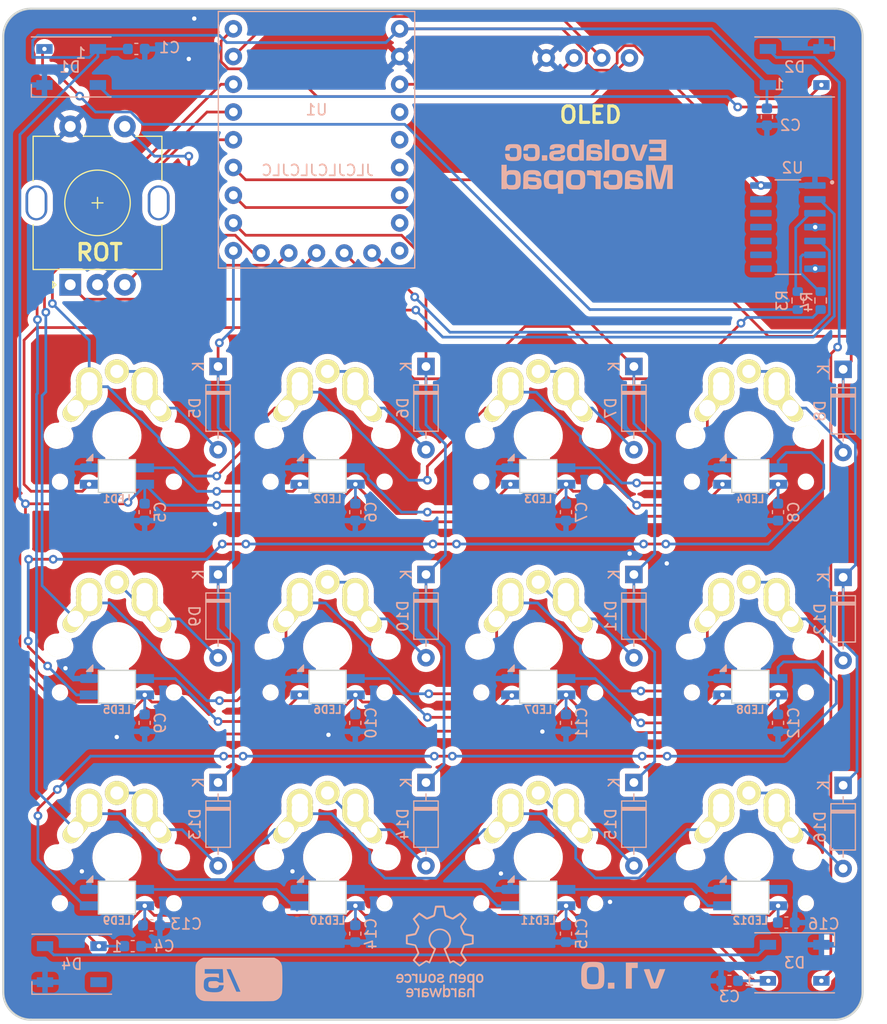
<source format=kicad_pcb>
(kicad_pcb (version 20221018) (generator pcbnew)
  (layers (0 "F.Cu" signal) (31 "B.Cu" signal) (34 "B.Paste" user) (35 "F.Paste" user) (36 "B.SilkS" user "B.Silkscreen") (37 "F.SilkS" user "F.Silkscreen") (38 "B.Mask" user) (39 "F.Mask" user) (44 "Edge.Cuts" user))
  (net 0 "")
  (net 1 "Net-(D1-DOUT)")
  (net 2 "COL0")
  (net 3 "COL1")
  (net 4 "COL2")
  (net 5 "COL3")
  (net 6 "ROW2")
  (net 7 "ROW1")
  (net 8 "ROW0")
  (net 9 "Net-(D1-DIN)")
  (net 10 "Net-(D2-DOUT)")
  (net 11 "Net-(D3-DOUT)")
  (net 13 "GND")
  (net 14 "Net-(D5-A)")
  (net 15 "Net-(D6-A)")
  (net 16 "Net-(D7-A)")
  (net 17 "Net-(D8-A)")
  (net 18 "Net-(D9-A)")
  (net 19 "Net-(D10-A)")
  (net 20 "Net-(D11-A)")
  (net 21 "/NP_D1")
  (net 22 "/NP_D2")
  (net 23 "Net-(D12-A)")
  (net 24 "Net-(D13-A)")
  (net 25 "Net-(D14-A)")
  (net 26 "Net-(D15-A)")
  (net 27 "Net-(D16-A)")
  (net 28 "Net-(LED1-DOUT)")
  (net 29 "Net-(LED1-DIN)")
  (net 30 "Net-(LED2-DOUT)")
  (net 31 "Net-(LED3-DOUT)")
  (net 32 "Net-(LED4-DOUT)")
  (net 33 "Net-(LED5-DOUT)")
  (net 34 "Net-(LED6-DOUT)")
  (net 35 "Net-(LED7-DOUT)")
  (net 36 "Net-(LED8-DOUT)")
  (net 37 "Net-(LED10-DIN)")
  (net 38 "/NP_D1_5V")
  (net 39 "/NP_D2_5V")
  (net 40 "+5V")
  (net 41 "+3V3")
  (net 42 "/RA_A")
  (net 43 "/RA_B")
  (net 44 "/RA_S")
  (net 45 "/OLED_SDA")
  (net 46 "/OLED_SCL")
  (net 47 "Net-(LED10-DOUT)")
  (net 48 "Net-(LED11-DOUT)")
  (footprint "kbd:MX_ALPS_PG1350_noLed" (layer "F.Cu") (at 150.622 103.124)
    (fp_text reference "SW11" hide)
    (fp_text value "MX_SW_solder" hide)
  )
  (footprint "kbd:MX_ALPS_PG1350_noLed" (layer "F.Cu") (at 169.926 64.516)
    (fp_text reference "SW4" hide)
    (fp_text value "MX_SW_solder" hide)
  )
  (footprint "kbd:MX_ALPS_PG1350_noLed" (layer "F.Cu") (at 112.014 83.82)
    (fp_text reference "SW5" hide)
    (fp_text value "MX_SW_solder" hide)
  )
  (footprint "Keebio-Parts:RotaryEncoder_EC11" (layer "F.Cu") (at 110.236 43.18 90)
    (fp_text reference "SW13")
    (fp_text value "RotaryEncoder_Switch")
  )
  (footprint "kbd:MX_ALPS_PG1350_noLed" (layer "F.Cu") (at 150.622 83.82)
    (fp_text reference "SW7" hide)
    (fp_text value "MX_SW_solder" hide)
  )
  (footprint "kbd:MX_ALPS_PG1350_noLed" (layer "F.Cu") (at 169.926 83.82)
    (fp_text reference "SW8" hide)
    (fp_text value "MX_SW_solder" hide)
  )
  (footprint "kbd:MX_ALPS_PG1350_noLed" (layer "F.Cu") (at 150.622 64.516)
    (fp_text reference "SW3" hide)
    (fp_text value "MX_SW_solder" hide)
  )
  (footprint "kbd:MX_ALPS_PG1350_noLed" (layer "F.Cu") (at 131.318 64.516)
    (fp_text reference "SW2" hide)
    (fp_text value "MX_SW_solder" hide)
  )
  (footprint "kbd:MX_ALPS_PG1350_noLed" (layer "F.Cu") (at 131.318 103.124)
    (fp_text reference "SW10" hide)
    (fp_text value "MX_SW_solder" hide)
  )
  (footprint "kbd:MX_ALPS_PG1350_noLed" (layer "F.Cu") (at 112.014 64.516)
    (fp_text reference "SW1" hide)
    (fp_text value "MX_SW_solder" hide)
  )
  (footprint "kbd:MX_ALPS_PG1350_noLed" (layer "F.Cu") (at 112.014 103.124)
    (fp_text reference "SW9" hide)
    (fp_text value "MX_SW_solder" hide)
  )
  (footprint "kbd:MX_ALPS_PG1350_noLed" (layer "F.Cu") (at 169.926 103.124)
    (fp_text reference "SW12" hide)
    (fp_text value "MX_SW_solder" hide)
  )
  (footprint "kbd:MX_ALPS_PG1350_noLed" (layer "F.Cu") (at 131.318 83.82)
    (fp_text reference "SW6" hide)
    (fp_text value "MX_SW_solder" hide)
  )
  (footprint "Keebio-Parts:SK6812-MINI-E" (layer "B.Cu") (at 150.622 106.807 180)
    (fp_text reference "LED11")
    (fp_text value "MX_SK6812MINI-E" hide)
    (fp_line (start -1.7 -1.5) (end -1.7 1.5) (stroke (width 0.12)) (layer "Edge.Cuts"))
    (fp_line (start -1.7 1.5) (end 1.7 1.5) (stroke (width 0.12)) (layer "Edge.Cuts"))
    (fp_line (start 1.7 -1.5) (end -1.7 -1.5) (stroke (width 0.12)) (layer "Edge.Cuts"))
    (fp_line (start 1.7 1.5) (end 1.7 -1.5) (stroke (width 0.12)) (layer "Edge.Cuts"))
  )
  (footprint "Diode_THT:D_DO-35_SOD27_P7.62mm_Horizontal" (layer "B.Cu") (at 140.335 96.266 -90)
    (fp_text reference "D14")
    (fp_text value "1N4148")
  )
  (footprint "Resistor_SMD:R_0603_1608Metric" (layer "B.Cu") (at 174.4 52.125 -90)
    (fp_text reference "R3")
    (fp_text value "470R")
  )
  (footprint "Capacitor_SMD:C_0603_1608Metric" (layer "B.Cu") (at 168.148 114.428)
    (fp_text reference "C3")
    (fp_text value "0.1 µF")
  )
  (footprint "Diode_THT:D_DO-35_SOD27_P7.62mm_Horizontal" (layer "B.Cu") (at 159.385 58.166 -90)
    (fp_text reference "D7")
    (fp_text value "1N4148")
  )
  (footprint "Keebio-Parts:SK6812-MINI-E" (layer "B.Cu") (at 112.014 68.199 180)
    (fp_text reference "LED1")
    (fp_text value "MX_SK6812MINI-E" hide)
    (fp_line (start -1.7 -1.5) (end -1.7 1.5) (stroke (width 0.12)) (layer "Edge.Cuts"))
    (fp_line (start -1.7 1.5) (end 1.7 1.5) (stroke (width 0.12)) (layer "Edge.Cuts"))
    (fp_line (start 1.7 -1.5) (end -1.7 -1.5) (stroke (width 0.12)) (layer "Edge.Cuts"))
    (fp_line (start 1.7 1.5) (end 1.7 -1.5) (stroke (width 0.12)) (layer "Edge.Cuts"))
  )
  (footprint "Capacitor_SMD:C_0603_1608Metric" (layer "B.Cu") (at 153.162 90.805 90)
    (fp_text reference "C11")
    (fp_text value "0.1 µF")
  )
  (footprint "Keebio-Parts:SK6812-MINI-E" (layer "B.Cu") (at 131.318 106.807 180)
    (fp_text reference "LED10")
    (fp_text value "MX_SK6812MINI-E" hide)
    (fp_line (start -1.7 -1.5) (end -1.7 1.5) (stroke (width 0.12)) (layer "Edge.Cuts"))
    (fp_line (start -1.7 1.5) (end 1.7 1.5) (stroke (width 0.12)) (layer "Edge.Cuts"))
    (fp_line (start 1.7 -1.5) (end -1.7 -1.5) (stroke (width 0.12)) (layer "Edge.Cuts"))
    (fp_line (start 1.7 1.5) (end 1.7 -1.5) (stroke (width 0.12)) (layer "Edge.Cuts"))
  )
  (footprint "Capacitor_SMD:C_0603_1608Metric" (layer "B.Cu") (at 173.355 109.093 180)
    (fp_text reference "C16")
    (fp_text value "0.1 µF")
  )
  (footprint "Capacitor_SMD:C_0603_1608Metric" (layer "B.Cu") (at 133.858 110.109 90)
    (fp_text reference "C14")
    (fp_text value "0.1 µF")
  )
  (footprint "Diode_THT:D_DO-35_SOD27_P7.62mm_Horizontal" (layer "B.Cu") (at 159.385 77.216 -90)
    (fp_text reference "D11")
    (fp_text value "1N4148")
  )
  (footprint "Capacitor_SMD:C_0603_1608Metric" (layer "B.Cu") (at 153.162 110.109 90)
    (fp_text reference "C15")
    (fp_text value "0.1 µF")
  )
  (footprint "RP2040-Zero:RP2040-Zero" (layer "B.Cu") (at 139.305 49.15 180)
    (fp_text reference "U1")
    (fp_text value "PicoW")
  )
  (footprint "Keebio-Parts:SK6812-MINI-E" (layer "B.Cu") (at 131.318 87.494 180)
    (fp_text reference "LED6")
    (fp_text value "MX_SK6812MINI-E" hide)
    (fp_line (start -1.7 -1.5) (end -1.7 1.5) (stroke (width 0.12)) (layer "Edge.Cuts"))
    (fp_line (start -1.7 1.5) (end 1.7 1.5) (stroke (width 0.12)) (layer "Edge.Cuts"))
    (fp_line (start 1.7 -1.5) (end -1.7 -1.5) (stroke (width 0.12)) (layer "Edge.Cuts"))
    (fp_line (start 1.7 1.5) (end 1.7 -1.5) (stroke (width 0.12)) (layer "Edge.Cuts"))
  )
  (footprint "Capacitor_SMD:C_0603_1608Metric" (layer "B.Cu") (at 114.554 71.501 90)
    (fp_text reference "C5")
    (fp_text value "0.1 µF")
  )
  (footprint "LOGO" (layer "B.Cu") (at 155 38.6 180)
    (fp_text reference "G***" hide)
    (fp_text value "LOGO" hide)
  )
  (footprint "Keebio-Parts:SK6812-MINI-E" (layer "B.Cu") (at 170.053 68.199 180)
    (fp_text reference "LED4")
    (fp_text value "MX_SK6812MINI-E" hide)
    (fp_line (start -1.7 -1.5) (end -1.7 1.5) (stroke (width 0.12)) (layer "Edge.Cuts"))
    (fp_line (start -1.7 1.5) (end 1.7 1.5) (stroke (width 0.12)) (layer "Edge.Cuts"))
    (fp_line (start 1.7 -1.5) (end -1.7 -1.5) (stroke (width 0.12)) (layer "Edge.Cuts"))
    (fp_line (start 1.7 1.5) (end 1.7 -1.5) (stroke (width 0.12)) (layer "Edge.Cuts"))
  )
  (footprint "LED_SMD:LED_WS2812B_PLCC4_5.0x5.0mm_P3.2mm" (layer "B.Cu") (at 107.823 30.734 180)
    (fp_text reference "D1")
    (fp_text value "WS2812B" hide)
  )
  (footprint "LOGO" (layer "B.Cu") (at 155.1 41.1 180)
    (fp_text reference "G***" hide)
    (fp_text value "LOGO" hide)
  )
  (footprint "Diode_THT:D_DO-35_SOD27_P7.62mm_Horizontal" (layer "B.Cu") (at 178.562 96.52 -90)
    (fp_text reference "D16")
    (fp_text value "1N4148")
  )
  (footprint "Diode_THT:D_DO-35_SOD27_P7.62mm_Horizontal" (layer "B.Cu") (at 140.335 58.166 -90)
    (fp_text reference "D6")
    (fp_text value "1N4148")
  )
  (footprint "LOGO" (layer "B.Cu") (at 141.6 111.73 180)
    (fp_text reference "G***" hide)
    (fp_text value "LOGO" hide)
  )
  (footprint "LED_SMD:LED_WS2812B_PLCC4_5.0x5.0mm_P3.2mm" (layer "B.Cu") (at 174.117 112.777)
    (fp_text reference "D3")
    (fp_text value "WS2812B")
  )
  (footprint "Diode_THT:D_DO-35_SOD27_P7.62mm_Horizontal" (layer "B.Cu") (at 178.562 77.47 -90)
    (fp_text reference "D12")
    (fp_text value "1N4148")
  )
  (footprint "SN74AHCT125DR:SOIC127P600X175-14N" (layer "B.Cu") (at 173.5 45.4 180)
    (fp_text reference "U2")
    (fp_text value "SN74AHCT125DR")
  )
  (footprint "Keebio-Parts:SK6812-MINI-E" (layer "B.Cu") (at 112.014 106.807 180)
    (fp_text reference "LED9")
    (fp_text value "MX_SK6812MINI-E" hide)
    (fp_line (start -1.7 -1.5) (end -1.7 1.5) (stroke (width 0.12)) (layer "Edge.Cuts"))
    (fp_line (start -1.7 1.5) (end 1.7 1.5) (stroke (width 0.12)) (layer "Edge.Cuts"))
    (fp_line (start 1.7 -1.5) (end -1.7 -1.5) (stroke (width 0.12)) (layer "Edge.Cuts"))
    (fp_line (start 1.7 1.5) (end 1.7 -1.5) (stroke (width 0.12)) (layer "Edge.Cuts"))
  )
  (footprint "Diode_THT:D_DO-35_SOD27_P7.62mm_Horizontal" (layer "B.Cu") (at 159.385 96.266 -90)
    (fp_text reference "D15")
    (fp_text value "1N4148")
  )
  (footprint "Capacitor_SMD:C_0603_1608Metric" (layer "B.Cu") (at 113.463 111.251 180)
    (fp_text reference "C4")
    (fp_text value "0.1 µF")
  )
  (footprint "Keebio-Parts:SK6812-MINI-E" (layer "B.Cu") (at 150.622 87.494 180)
    (fp_text reference "LED7")
    (fp_text value "MX_SK6812MINI-E" hide)
    (fp_line (start -1.7 -1.5) (end -1.7 1.5) (stroke (width 0.12)) (layer "Edge.Cuts"))
    (fp_line (start -1.7 1.5) (end 1.7 1.5) (stroke (width 0.12)) (layer "Edge.Cuts"))
    (fp_line (start 1.7 -1.5) (end -1.7 -1.5) (stroke (width 0.12)) (layer "Edge.Cuts"))
    (fp_line (start 1.7 1.5) (end 1.7 -1.5) (stroke (width 0.12)) (layer "Edge.Cuts"))
  )
  (footprint "Keebio-Parts:SK6812-MINI-E" (layer "B.Cu") (at 150.622 68.199 180)
    (fp_text reference "LED3")
    (fp_text value "MX_SK6812MINI-E" hide)
    (fp_line (start -1.7 -1.5) (end -1.7 1.5) (stroke (width 0.12)) (layer "Edge.Cuts"))
    (fp_line (start -1.7 1.5) (end 1.7 1.5) (stroke (width 0.12)) (layer "Edge.Cuts"))
    (fp_line (start 1.7 -1.5) (end -1.7 -1.5) (stroke (width 0.12)) (layer "Edge.Cuts"))
    (fp_line (start 1.7 1.5) (end 1.7 -1.5) (stroke (width 0.12)) (layer "Edge.Cuts"))
  )
  (footprint "Capacitor_SMD:C_0603_1608Metric" (layer "B.Cu") (at 172.593 90.805 90)
    (fp_text reference "C12")
    (fp_text value "0.1 µF")
  )
  (footprint "Diode_THT:D_DO-35_SOD27_P7.62mm_Horizontal" (layer "B.Cu") (at 140.335 77.216 -90)
    (fp_text reference "D10")
    (fp_text value "1N4148")
  )
  (footprint "Diode_THT:D_DO-35_SOD27_P7.62mm_Horizontal" (layer "B.Cu") (at 121.285 77.216 -90)
    (fp_text reference "D9")
    (fp_text value "1N4148")
  )
  (footprint "Capacitor_SMD:C_0603_1608Metric" (layer "B.Cu") (at 133.858 71.501 90)
    (fp_text reference "C6")
    (fp_text value "0.1 µF")
  )
  (footprint "Keebio-Parts:SK6812-MINI-E" (layer "B.Cu") (at 112.014 87.494 180)
    (fp_text reference "LED5")
    (fp_text value "MX_SK6812MINI-E" hide)
    (fp_line (start -1.7 -1.5) (end -1.7 1.5) (stroke (width 0.12)) (layer "Edge.Cuts"))
    (fp_line (start -1.7 1.5) (end 1.7 1.5) (stroke (width 0.12)) (layer "Edge.Cuts"))
    (fp_line (start 1.7 -1.5) (end -1.7 -1.5) (stroke (width 0.12)) (layer "Edge.Cuts"))
    (fp_line (start 1.7 1.5) (end 1.7 -1.5) (stroke (width 0.12)) (layer "Edge.Cuts"))
  )
  (footprint "Keebio-Parts:SK6812-MINI-E" (layer "B.Cu") (at 131.318 68.199 180)
    (fp_text reference "LED2")
    (fp_text value "MX_SK6812MINI-E" hide)
    (fp_line (start -1.7 -1.5) (end -1.7 1.5) (stroke (width 0.12)) (layer "Edge.Cuts"))
    (fp_line (start -1.7 1.5) (end 1.7 1.5) (stroke (width 0.12)) (layer "Edge.Cuts"))
    (fp_line (start 1.7 -1.5) (end -1.7 -1.5) (stroke (width 0.12)) (layer "Edge.Cuts"))
    (fp_line (start 1.7 1.5) (end 1.7 -1.5) (stroke (width 0.12)) (layer "Edge.Cuts"))
  )
  (footprint "Resistor_SMD:R_0603_1608Metric" (layer "B.Cu") (at 176.5 52.125 -90)
    (fp_text reference "R4")
    (fp_text value "470R")
  )
  (footprint "SSD1306_0.96_Oled:SSD1306_0.96_Oled" (layer "B.Cu") (at 168.17 54.405 180)
    (fp_text reference "OL1" hide)
    (fp_text value "OLED" hide)
  )
  (footprint "Diode_THT:D_DO-35_SOD27_P7.62mm_Horizontal" (layer "B.Cu") (at 121.285 96.266 -90)
    (fp_text reference "D13")
    (fp_text value "1N4148")
  )
  (footprint "Capacitor_SMD:C_0603_1608Metric" (layer "B.Cu") (at 115.176 109.347 180)
    (fp_text reference "C13")
    (fp_text value "0.1 µF")
  )
  (footprint "Capacitor_SMD:C_0603_1608Metric" (layer "B.Cu") (at 114.554 90.805 90)
    (fp_text reference "C9")
    (fp_text value "0.1 µF")
  )
  (footprint "LED_SMD:LED_WS2812B_PLCC4_5.0x5.0mm_P3.2mm" (layer "B.Cu") (at 107.875 112.902 180)
    (fp_text reference "D4")
    (fp_text value "WS2812B")
  )
  (footprint "Capacitor_SMD:C_0603_1608Metric" (layer "B.Cu") (at 172.593 71.501 90)
    (fp_text reference "C8")
    (fp_text value "0.1 µF")
  )
  (footprint "Capacitor_SMD:C_0603_1608Metric" (layer "B.Cu") (at 133.858 90.805 90)
    (fp_text reference "C10")
    (fp_text value "0.1 µF")
  )
  (footprint "LED_SMD:LED_WS2812B_PLCC4_5.0x5.0mm_P3.2mm" (layer "B.Cu") (at 174.117 30.734)
    (fp_text reference "D2")
    (fp_text value "WS2812B")
  )
  (footprint "Diode_THT:D_DO-35_SOD27_P7.62mm_Horizontal" (layer "B.Cu") (at 121.285 58.166 -90)
    (fp_text reference "D5")
    (fp_text value "1N4148")
  )
  (footprint "Keebio-Parts:SK6812-MINI-E" (layer "B.Cu") (at 170.053 106.807 180)
    (fp_text reference "LED12")
    (fp_text value "MX_SK6812MINI-E" hide)
    (fp_line (start -1.7 -1.5) (end -1.7 1.5) (stroke (width 0.12)) (layer "Edge.Cuts"))
    (fp_line (start -1.7 1.5) (end 1.7 1.5) (stroke (width 0.12)) (layer "Edge.Cuts"))
    (fp_line (start 1.7 -1.5) (end -1.7 -1.5) (stroke (width 0.12)) (layer "Edge.Cuts"))
    (fp_line (start 1.7 1.5) (end 1.7 -1.5) (stroke (width 0.12)) (layer "Edge.Cuts"))
  )
  (footprint "Capacitor_SMD:C_0603_1608Metric" (layer "B.Cu") (at 113.792 29.083 180)
    (fp_text reference "C1")
    (fp_text value "0.1 µF")
  )
  (footprint "LOGO" (layer "B.Cu") (at 123.19 114.3 180)
    (fp_text reference "G***" hide)
    (fp_text value "LOGO" hide)
  )
  (footprint "Capacitor_SMD:C_0603_1608Metric" (layer "B.Cu") (at 153.162 71.501 90)
    (fp_text reference "C7")
    (fp_text value "0.1 µF")
  )
  (footprint "Keebio-Parts:SK6812-MINI-E" (layer "B.Cu") (at 170.053 87.494 180)
    (fp_text reference "LED8")
    (fp_text value "MX_SK6812MINI-E" hide)
    (fp_line (start -1.7 -1.5) (end -1.7 1.5) (stroke (width 0.12)) (layer "Edge.Cuts"))
    (fp_line (start -1.7 1.5) (end 1.7 1.5) (stroke (width 0.12)) (layer "Edge.Cuts"))
    (fp_line (start 1.7 -1.5) (end -1.7 -1.5) (stroke (width 0.12)) (layer "Edge.Cuts"))
    (fp_line (start 1.7 1.5) (end 1.7 -1.5) (stroke (width 0.12)) (layer "Edge.Cuts"))
  )
  (footprint "Diode_THT:D_DO-35_SOD27_P7.62mm_Horizontal" (layer "B.Cu") (at 178.562 58.42 -90)
    (fp_text reference "D8")
    (fp_text value "1N4148")
  )
  (footprint "LOGO" (layer "B.Cu") (at 158.4 114.3 180)
    (fp_text reference "G***" hide)
    (fp_text value "LOGO" hide)
  )
  (footprint "Capacitor_SMD:C_0603_1608Metric" (layer "B.Cu") (at 171.577 35.306 90)
    (fp_text reference "C2")
    (fp_text value "0.1 µF")
  )
  (gr_arc (start 101.6 27.94) (mid 102.343949 26.143949) (end 104.14 25.4) (stroke (width 0.2)) (layer "Edge.Cuts"))
  (gr_arc (start 180.34 115.443) (mid 179.596051 117.239051) (end 177.8 117.983) (stroke (width 0.2)) (layer "Edge.Cuts"))
  (gr_arc (start 177.8 25.4) (mid 179.596051 26.143949) (end 180.34 27.94) (stroke (width 0.2)) (layer "Edge.Cuts"))
  (gr_line (start 101.6 27.94) (end 101.6 115.443) (stroke (width 0.2)) (layer "Edge.Cuts"))
  (gr_line (start 177.8 25.4) (end 104.14 25.4) (stroke (width 0.2)) (layer "Edge.Cuts"))
  (gr_line (start 104.14 117.983) (end 177.8 117.983) (stroke (width 0.2)) (layer "Edge.Cuts"))
  (gr_arc (start 104.14 117.983) (mid 102.343949 117.239051) (end 101.6 115.443) (stroke (width 0.2)) (layer "Edge.Cuts"))
  (gr_line (start 180.34 115.443) (end 180.34 27.94) (stroke (width 0.2)) (layer "Edge.Cuts"))
  (gr_text "JLCJLCJLCJLC" (at 130.4 40.2) (layer "B.SilkS") (effects (font (size 1 1)) (justify mirror)))
  (gr_text "OLED" (at 152.4 36) (layer "F.SilkS") (effects (font (size 1.5 1.5) (thickness 0.3) bold) (justify left bottom)))
  (gr_text "ROT" (at 108.1 48.6) (layer "F.SilkS") (effects (font (size 1.5 1.5) (thickness 0.3) bold) (justify left bottom)))
  (segment (start 168.9 34.4) (end 174.551 34.4) (width 0.25) (layer "F.Cu") (net 1))
  (segment (start 174.551 34.4) (end 176.567 32.384) (width 0.25) (layer "F.Cu") (net 1))
  (via (at 176.567 32.384) (size 0.8) (drill 0.4) (layers "F.Cu" "B.Cu") (net 1))
  (via (at 168.9 34.4) (size 0.8) (drill 0.4) (layers "F.Cu" "B.Cu") (net 1))
  (segment (start 111.334 33.445) (end 167.945 33.445) (width 0.25) (layer "B.Cu") (net 1))
  (segment (start 110.273 32.384) (end 111.334 33.445) (width 0.25) (layer "B.Cu") (net 1))
  (segment (start 167.945 33.445) (end 168.9 34.4) (width 0.25) (layer "B.Cu") (net 1))
  (segment (start 121.285 58.166) (end 121.285 56.115) (width 0.25) (layer "F.Cu") (net 2))
  (segment (start 121.285 56.115) (end 121.4 56) (width 0.25) (layer "F.Cu") (net 2))
  (via (at 121.4 56) (size 0.8) (drill 0.4) (layers "F.Cu" "B.Cu") (net 2))
  (segment (start 121.285 63.754) (end 122.682 65.151) (width 0.25) (layer "B.Cu") (net 2))
  (segment (start 121.4 56) (end 122.685 54.715) (width 0.25) (layer "B.Cu") (net 2))
  (segment (start 122.682 75.819) (end 121.285 77.216) (width 0.25) (layer "B.Cu") (net 2))
  (segment (start 122.682 65.151) (end 122.682 75.819) (width 0.25) (layer "B.Cu") (net 2))
  (segment (start 121.285 82.169) (end 122.682 83.566) (width 0.25) (layer "B.Cu") (net 2))
  (segment (start 121.285 58.166) (end 121.285 63.754) (width 0.25) (layer "B.Cu") (net 2))
  (segment (start 122.682 94.869) (end 121.285 96.266) (width 0.25) (layer "B.Cu") (net 2))
  (segment (start 121.285 77.216) (end 121.285 82.169) (width 0.25) (layer "B.Cu") (net 2))
  (segment (start 122.685 54.715) (end 122.685 47.56) (width 0.25) (layer "B.Cu") (net 2))
  (segment (start 122.682 83.566) (end 122.682 94.869) (width 0.25) (layer "B.Cu") (net 2))
  (segment (start 138.100991 46.145) (end 140.335 48.379009) (width 0.25) (layer "F.Cu") (net 3))
  (segment (start 123.81 46.145) (end 138.100991 46.145) (width 0.25) (layer "F.Cu") (net 3))
  (segment (start 140.335 48.379009) (end 140.335 58.166) (width 0.25) (layer "F.Cu") (net 3))
  (segment (start 122.685 45.02) (end 123.81 46.145) (width 0.25) (layer "F.Cu") (net 3))
  (segment (start 141.986 94.615) (end 140.335 96.266) (width 0.25) (layer "B.Cu") (net 3))
  (segment (start 142.113 65.278) (end 142.113 75.438) (width 0.25) (layer "B.Cu") (net 3))
  (segment (start 140.335 63.5) (end 142.113 65.278) (width 0.25) (layer "B.Cu") (net 3))
  (segment (start 140.335 58.166) (end 140.335 63.5) (width 0.25) (layer "B.Cu") (net 3))
  (segment (start 142.113 75.438) (end 140.335 77.216) (width 0.25) (layer "B.Cu") (net 3))
  (segment (start 141.986 83.82) (end 141.986 94.615) (width 0.25) (layer "B.Cu") (net 3))
  (segment (start 140.335 77.216) (end 140.335 82.169) (width 0.25) (layer "B.Cu") (net 3))
  (segment (start 140.335 82.169) (end 141.986 83.82) (width 0.25) (layer "B.Cu") (net 3))
  (segment (start 122.685 42.48) (end 123.81 43.605) (width 0.25) (layer "F.Cu") (net 4))
  (segment (start 144.824 43.605) (end 159.385 58.166) (width 0.25) (layer "F.Cu") (net 4))
  (segment (start 123.81 43.605) (end 144.824 43.605) (width 0.25) (layer "F.Cu") (net 4))
  (segment (start 159.385 77.216) (end 159.385 82.423) (width 0.25) (layer "B.Cu") (net 4))
  (segment (start 161.29 65.278) (end 161.29 75.311) (width 0.25) (layer "B.Cu") (net 4))
  (segment (start 161.29 94.361) (end 159.385 96.266) (width 0.25) (layer "B.Cu") (net 4))
  (segment (start 159.385 82.423) (end 161.29 84.328) (width 0.25) (layer "B.Cu") (net 4))
  (segment (start 159.385 63.373) (end 161.29 65.278) (width 0.25) (layer "B.Cu") (net 4))
  (segment (start 161.29 84.328) (end 161.29 94.361) (width 0.25) (layer "B.Cu") (net 4))
  (segment (start 161.29 75.311) (end 159.385 77.216) (width 0.25) (layer "B.Cu") (net 4))
  (segment (start 159.385 58.166) (end 159.385 63.373) (width 0.25) (layer "B.Cu") (net 4))
  (segment (start 122.685 39.94) (end 123.81 41.065) (width 0.25) (layer "F.Cu") (net 5))
  (segment (start 157.365 41.065) (end 171.7 55.4) (width 0.25) (layer "F.Cu") (net 5))
  (segment (start 171.7 55.4) (end 179.3 55.4) (width 0.25) (layer "F.Cu") (net 5))
  (segment (start 179.3 55.4) (end 179.3 57.682) (width 0.25) (layer "F.Cu") (net 5))
  (segment (start 123.81 41.065) (end 157.365 41.065) (width 0.25) (layer "F.Cu") (net 5))
  (segment (start 179.3 57.682) (end 178.562 58.42) (width 0.25) (layer "F.Cu") (net 5))
  (segment (start 178.562 58.42) (end 178.562 64.135721) (width 0.25) (layer "B.Cu") (net 5))
  (segment (start 179.832 84.709) (end 179.832 95.25) (width 0.25) (layer "B.Cu") (net 5))
  (segment (start 179.832 95.25) (end 178.562 96.52) (width 0.25) (layer "B.Cu") (net 5))
  (segment (start 178.562 83.439) (end 179.832 84.709) (width 0.25) (layer "B.Cu") (net 5))
  (segment (start 178.562 77.47) (end 178.562 83.439) (width 0.25) (layer "B.Cu") (net 5))
  (segment (start 179.687 76.345) (end 178.562 77.47) (width 0.25) (layer "B.Cu") (net 5))
  (segment (start 179.687 65.260721) (end 179.687 76.345) (width 0.25) (layer "B.Cu") (net 5))
  (segment (start 178.562 64.135721) (end 179.687 65.260721) (width 0.25) (layer "B.Cu") (net 5))
  (segment (start 124.492999 63.967166) (end 126.484165 61.976) (width 0.25) (layer "F.Cu") (net 6))
  (segment (start 121.158 68.199) (end 124.492999 64.864001) (width 0.25) (layer "F.Cu") (net 6))
  (segment (start 166.116 64.978414) (end 166.116 61.976) (width 0.25) (layer "F.Cu") (net 6))
  (segment (start 122.685 37.4) (end 118.366 37.4) (width 0.25) (layer "F.Cu") (net 6))
  (segment (start 145.788165 61.976) (end 146.812 61.976) (width 0.25) (layer "F.Cu") (net 6))
  (segment (start 124.492999 64.864001) (end 124.492999 63.967166) (width 0.25) (layer "F.Cu") (net 6))
  (segment (start 140.462 67.302165) (end 145.788165 61.976) (width 0.25) (layer "F.Cu") (net 6))
  (segment (start 140.462 68.58) (end 140.462 67.302165) (width 0.25) (layer "F.Cu") (net 6))
  (segment (start 118.366 37.4) (end 106.1 49.666) (width 0.25) (layer "F.Cu") (net 6))
  (segment (start 126.484165 61.976) (end 127.508 61.976) (width 0.25) (layer "F.Cu") (net 6))
  (segment (start 159.639 68.834) (end 162.260414 68.834) (width 0.25) (layer "F.Cu") (net 6))
  (segment (start 162.260414 68.834) (end 166.116 64.978414) (width 0.25) (layer "F.Cu") (net 6))
  (segment (start 106.1 49.666) (end 106.1 52.4) (width 0.25) (layer "F.Cu") (net 6))
  (via (at 140.462 68.58) (size 0.8) (drill 0.4) (layers "F.Cu" "B.Cu") (net 6))
  (via (at 106.1 52.4) (size 0.8) (drill 0.4) (layers "F.Cu" "B.Cu") (net 6))
  (via (at 121.158 68.199) (size 0.8) (drill 0.4) (layers "F.Cu" "B.Cu") (net 6))
  (via (at 159.639 68.834) (size 0.8) (drill 0.4) (layers "F.Cu" "B.Cu") (net 6))
  (segment (start 135.172999 65.023413) (end 138.729586 68.58) (width 0.25) (layer "B.Cu") (net 6))
  (segment (start 148.082 60.516) (end 150.432 60.516) (width 0.25) (layer "B.Cu") (net 6))
  (segment (start 115.868999 65.023413) (end 119.044586 68.199) (width 0.25) (layer "B.Cu") (net 6))
  (segment (start 138.729586 68.58) (end 140.462 68.58) (width 0.25) (layer "B.Cu") (net 6))
  (segment (start 135.172999 65.01224) (end 135.172999 65.023413) (width 0.25) (layer "B.Cu") (net 6))
  (segment (start 158.287586 68.834) (end 159.639 68.834) (width 0.25) (layer "B.Cu") (net 6))
  (segment (start 119.044586 68.199) (end 121.158 68.199) (width 0.25) (layer "B.Cu") (net 6))
  (segment (start 109.474 60.016) (end 111.171056 60.016) (width 0.25) (layer "B.Cu") (net 6))
  (segment (start 106.1 52.4) (end 109.474 55.774) (width 0.25) (layer "B.Cu") (net 6))
  (segment (start 111.171056 60.016) (end 115.868999 64.713943) (width 0.25) (layer "B.Cu") (net 6))
  (segment (start 128.778 60.516) (end 130.676759 60.516) (width 0.25) (layer "B.Cu") (net 6))
  (segment (start 109.474 55.774) (end 109.474 59.436) (width 0.25) (layer "B.Cu") (net 6))
  (segment (start 115.868999 64.713943) (end 115.868999 65.023413) (width 0.25) (layer "B.Cu") (net 6))
  (segment (start 154.476999 64.560999) (end 154.476999 65.023413) (width 0.25) (layer "B.Cu") (net 6))
  (segment (start 150.432 60.516) (end 154.476999 64.560999) (width 0.25) (layer "B.Cu") (net 6))
  (segment (start 130.676759 60.516) (end 135.172999 65.01224) (width 0.25) (layer "B.Cu") (net 6))
  (segment (start 154.476999 65.023413) (end 158.287586 68.834) (width 0.25) (layer "B.Cu") (net 6))
  (segment (start 105.3755 53.0755) (end 105.5 53.2) (width 0.25) (layer "F.Cu") (net 7))
  (segment (start 121.412 88.773) (end 123.017414 88.773) (width 0.25) (layer "F.Cu") (net 7))
  (segment (start 122.685 34.86) (end 120.27031 34.86) (width 0.25) (layer "F.Cu") (net 7))
  (segment (start 127.508 84.282414) (end 127.508 81.28) (width 0.25) (layer "F.Cu") (net 7))
  (segment (start 160.02 87.884) (end 162.514414 87.884) (width 0.25) (layer "F.Cu") (net 7))
  (segment (start 140.589 88.138) (end 142.956414 88.138) (width 0.25) (layer "F.Cu") (net 7))
  (segment (start 142.956414 88.138) (end 146.812 84.282414) (width 0.25) (layer "F.Cu") (net 7))
  (segment (start 123.017414 88.773) (end 127.508 84.282414) (width 0.25) (layer "F.Cu") (net 7))
  (segment (start 105.3755 49.75481) (end 105.3755 53.0755) (width 0.25) (layer "F.Cu") (net 7))
  (segment (start 146.812 84.282414) (end 146.812 81.28) (width 0.25) (layer "F.Cu") (net 7))
  (segment (start 166.116 84.282414) (end 166.116 81.28) (width 0.25) (layer "F.Cu") (net 7))
  (segment (start 162.514414 87.884) (end 166.116 84.282414) (width 0.25) (layer "F.Cu") (net 7))
  (segment (start 120.27031 34.86) (end 105.3755 49.75481) (width 0.25) (layer "F.Cu") (net 7))
  (via (at 140.589 88.138) (size 0.8) (drill 0.4) (layers "F.Cu" "B.Cu") (net 7))
  (via (at 105.5 53.2) (size 0.8) (drill 0.4) (layers "F.Cu" "B.Cu") (net 7))
  (via (at 121.412 88.773) (size 0.8) (drill 0.4) (layers "F.Cu" "B.Cu") (net 7))
  (via (at 160.02 87.884) (size 0.8) (drill 0.4) (layers "F.Cu" "B.Cu") (net 7))
  (segment (start 138.983586 88.138) (end 140.589 88.138) (width 0.25) (layer "B.Cu") (net 7))
  (segment (start 131.128 79.82) (end 135.172999 83.864999) (width 0.25) (layer "B.Cu") (net 7))
  (segment (start 128.778 79.82) (end 131.128 79.82) (width 0.25) (layer "B.Cu") (net 7))
  (segment (start 120.269 88.773) (end 121.412 88.773) (width 0.25) (layer "B.Cu") (net 7))
  (segment (start 111.372759 79.82) (end 115.868999 84.31624) (width 0.25) (layer "B.Cu") (net 7))
  (segment (start 105.5 60.489) (end 105.156 60.833) (width 0.25) (layer "B.Cu") (net 7))
  (segment (start 135.172999 83.864999) (end 135.172999 84.327413) (width 0.25) (layer "B.Cu") (net 7))
  (segment (start 148.082 79.82) (end 150.559 79.82) (width 0.25) (layer "B.Cu") (net 7))
  (segment (start 150.559 79.82) (end 154.476999 83.737999) (width 0.25) (layer "B.Cu") (net 7))
  (segment (start 105.156 78.232) (end 108.204 81.28) (width 0.25) (layer "B.Cu") (net 7))
  (segment (start 109.474 79.82) (end 111.372759 79.82) (width 0.25) (layer "B.Cu") (net 7))
  (segment (start 158.033586 87.884) (end 160.02 87.884) (width 0.25) (layer "B.Cu") (net 7))
  (segment (start 115.868999 84.372999) (end 120.269 88.773) (width 0.25) (layer "B.Cu") (net 7))
  (segment (start 115.868999 84.31624) (end 115.868999 84.372999) (width 0.25) (layer "B.Cu") (net 7))
  (segment (start 105.156 60.833) (end 105.156 78.232) (width 0.25) (layer "B.Cu") (net 7))
  (segment (start 135.172999 84.327413) (end 138.983586 88.138) (width 0.25) (layer "B.Cu") (net 7))
  (segment (start 154.476999 84.327413) (end 158.033586 87.884) (width 0.25) (layer "B.Cu") (net 7))
  (segment (start 105.5 53.2) (end 105.5 60.489) (width 0.25) (layer "B.Cu") (net 7))
  (segment (start 154.476999 83.737999) (end 154.476999 84.327413) (width 0.25) (layer "B.Cu") (net 7))
  (segment (start 121.55363 32.32) (end 104.7 49.17363) (width 0.25) (layer "F.Cu") (net 8))
  (segment (start 104.7 49.17363) (end 104.7 53.841843) (width 0.25) (layer "F.Cu") (net 8))
  (segment (start 122.685 32.32) (end 121.55363 32.32) (width 0.25) (layer "F.Cu") (net 8))
  (segment (start 104.7 53.841843) (end 104.733657 53.8755) (width 0.25) (layer "F.Cu") (net 8))
  (via (at 104.733657 53.8755) (size 0.8) (drill 0.4) (layers "F.Cu" "B.Cu") (net 8))
  (segment (start 104.648 97.028) (end 104.648 60.704604) (width 0.25) (layer "B.Cu") (net 8))
  (segment (start 154.055775 102.174451) (end 154.055775 103.210189) (width 0.25) (layer "B.Cu") (net 8))
  (segment (start 131.680412 99.124) (end 135.172999 102.616587) (width 0.25) (layer "B.Cu") (net 8))
  (segment (start 109.474 99.124) (end 112.376412 99.124) (width 0.25) (layer "B.Cu") (net 8))
  (segment (start 141.224 105.029) (end 145.669 100.584) (width 0.25) (layer "B.Cu") (net 8))
  (segment (start 115.868999 103.631413) (end 117.393586 105.156) (width 0.25) (layer "B.Cu") (net 8))
  (segment (start 136.570586 105.029) (end 141.224 105.029) (width 0.25) (layer "B.Cu") (net 8))
  (segment (start 108.204 100.584) (end 104.648 97.028) (width 0.25) (layer "B.Cu") (net 8))
  (segment (start 121.912165 105.156) (end 126.484165 100.584) (width 0.25) (layer "B.Cu") (net 8))
  (segment (start 148.082 99.124) (end 151.005324 99.124) (width 0.25) (layer "B.Cu") (net 8))
  (segment (start 117.393586 105.156) (end 121.912165 105.156) (width 0.25) (layer "B.Cu") (net 8))
  (segment (start 145.669 100.584) (end 146.812 100.584) (width 0.25) (layer "B.Cu") (net 8))
  (segment (start 164.277991 100.584) (end 166.116 100.584) (width 0.25) (layer "B.Cu") (net 8))
  (segment (start 115.868999 102.616587) (end 115.868999 103.631413) (width 0.25) (layer "B.Cu") (net 8))
  (segment (start 151.005324 99.124) (end 154.055775 102.174451) (width 0.25) (layer "B.Cu") (net 8))
  (segment (start 135.172999 103.631413) (end 136.570586 105.029) (width 0.25) (layer "B.Cu") (net 8))
  (segment (start 155.856586 105.011) (end 159.850991 105.011) (width 0.25) (layer "B.Cu") (net 8))
  (segment (start 104.733657 60.618947) (end 104.733657 53.8755) (width 0.25) (layer "B.Cu") (net 8))
  (segment (start 135.172999 102.616587) (end 135.172999 103.631413) (width 0.25) (layer "B.Cu") (net 8))
  (segment (start 104.648 60.704604) (end 104.733657 60.618947) (width 0.25) (layer "B.Cu") (net 8))
  (segment (start 126.484165 100.584) (end 127.508 100.584) (width 0.25) (layer "B.Cu") (net 8))
  (segment (start 128.778 99.124) (end 131.680412 99.124) (width 0.25) (layer "B.Cu") (net 8))
  (segment (start 112.376412 99.124) (end 115.868999 102.616587) (width 0.25) (layer "B.Cu") (net 8))
  (segment (start 154.055775 103.210189) (end 155.856586 105.011) (width 0.25) (layer "B.Cu") (net 8))
  (segment (start 159.850991 105.011) (end 164.277991 100.584) (width 0.25) (layer "B.Cu") (net 8))
  (segment (start 105.2 29.257) (end 105.373 29.084) (width 0.25) (layer "F.Cu") (net 9))
  (segment (start 108.6 33.4) (end 106.1 30.9) (width 0.25) (layer "F.Cu") (net 9))
  (segment (start 105.2 30.9) (end 105.2 29.257) (width 0.25) (layer "F.Cu") (net 9))
  (segment (start 106.1 30.9) (end 105.2 30.9) (width 0.25) (layer "F.Cu") (net 9))
  (via (at 105.373 29.084) (size 0.8) (drill 0.4) (layers "F.Cu" "B.Cu") (net 9))
  (via (at 108.6 33.4) (size 0.8) (drill 0.4) (layers "F.Cu" "B.Cu") (net 9))
  (segment (start 174.4 52.95) (end 155.355991 52.95) (width 0.25) (layer "B.Cu") (net 9))
  (segment (start 110.055 34.855) (end 108.6 33.4) (width 0.25) (layer "B.Cu") (net 9))
  (segment (start 114.414833 35.985) (end 113.284833 34.855) (width 0.25) (layer "B.Cu") (net 9))
  (segment (start 155.355991 52.95) (end 138.390991 35.985) (width 0.25) (layer "B.Cu") (net 9))
  (segment (start 113.284833 34.855) (end 110.055 34.855) (width 0.25) (layer "B.Cu") (net 9))
  (segment (start 138.390991 35.985) (end 114.414833 35.985) (width 0.25) (layer "B.Cu") (net 9))
  (segment (start 178.054 56.388) (end 177.437 57.005) (width 0.25) (layer "F.Cu") (net 10))
  (segment (start 177.437 113.557) (end 176.567 114.427) (width 0.25) (layer "F.Cu") (net 10))
  (segment (start 177.437 57.005) (end 177.437 113.557) (width 0.25) (layer "F.Cu") (net 10))
  (via (at 178.054 56.388) (size 0.8) (drill 0.4) (layers "F.Cu" "B.Cu") (net 10))
  (via (at 176.567 114.427) (size 0.8) (drill 0.4) (layers "F.Cu" "B.Cu") (net 10))
  (segment (start 175.909 29.859) (end 178.199002 32.149002) (width 0.25) (layer "B.Cu") (net 10))
  (segment (start 171.667 29.084) (end 172.442 29.859) (width 0.25) (layer "B.Cu") (net 10))
  (segment (start 178.199002 56.242998) (end 178.054 56.388) (width 0.25) (layer "B.Cu") (net 10))
  (segment (start 178.199002 32.149002) (end 178.199002 56.242998) (width 0.25) (layer "B.Cu") (net 10))
  (segment (start 172.442 29.859) (end 175.909 29.859) (width 0.25) (layer "B.Cu") (net 10))
  (segment (start 171.667 111.127) (end 170.743 112.051) (width 0.25) (layer "B.Cu") (net 11))
  (segment (start 170.743 112.051) (end 106.224 112.051) (width 0.25) (layer "B.Cu") (net 11))
  (segment (start 106.224 112.051) (end 105.425 111.252) (width 0.25) (layer "B.Cu") (net 11))
  (via (at 159 75.3) (size 0.8) (drill 0.4) (layers "F.Cu" "B.Cu") (net 13))
  (via (at 119.1 26.3) (size 0.8) (drill 0.4) (layers "F.Cu" "B.Cu") (net 13))
  (via (at 151 91.6) (size 0.8) (drill 0.4) (layers "F.Cu" "B.Cu") (net 13))
  (via (at 176 45.4) (size 0.8) (drill 0.4) (layers "F.Cu" "B.Cu") (net 13))
  (via (at 107.4 31) (size 0.8) (drill 0.4) (layers "F.Cu" "B.Cu") (net 13))
  (via (at 176 49.2) (size 0.8) (drill 0.4) (layers "F.Cu" "B.Cu") (net 13))
  (via (at 128.1 104.4) (size 0.8) (drill 0.4) (layers "F.Cu" "B.Cu") (net 13))
  (via (at 107.3 85.8) (size 0.8) (drill 0.4) (layers "F.Cu" "B.Cu") (net 13))
  (via (at 162.4 76.2) (size 0.8) (drill 0.4) (layers "F.Cu" "B.Cu") (net 13))
  (via (at 118.6 30) (size 0.8) (drill 0.4) (layers "F.Cu" "B.Cu") (net 13))
  (via (at 157.2 107.2) (size 0.8) (drill 0.4) (layers "F.Cu" "B.Cu") (net 13))
  (via (at 131.4 91.9) (size 0.8) (drill 0.4) (layers "F.Cu" "B.Cu") (net 13))
  (via (at 121 72.6) (size 0.8) (drill 0.4) (layers "F.Cu" "B.Cu") (net 13))
  (via (at 147.2 104.6) (size 0.8) (drill 0.4) (layers "F.Cu" "B.Cu") (net 13))
  (via (at 108.8 104.4) (size 0.8) (drill 0.4) (layers "F.Cu" "B.Cu") (net 13))
  (via (at 112 92.1) (size 0.8) (drill 0.4) (layers "F.Cu" "B.Cu") (net 13))
  (segment (start 113.734 58.616) (end 114.554 59.436) (width 0.25) (layer "B.Cu") (net 14))
  (segment (start 115.824 61.976) (end 117.475 61.976) (width 0.25) (layer "B.Cu") (net 14))
  (segment (start 112.014 58.616) (end 113.734 58.616) (width 0.25) (layer "B.Cu") (net 14))
  (segment (start 117.475 61.976) (end 121.285 65.786) (width 0.25) (layer "B.Cu") (net 14))
  (segment (start 133.038 58.616) (end 133.858 59.436) (width 0.25) (layer "B.Cu") (net 15))
  (segment (start 135.128 61.976) (end 136.525 61.976) (width 0.25) (layer "B.Cu") (net 15))
  (segment (start 136.525 61.976) (end 140.335 65.786) (width 0.25) (layer "B.Cu") (net 15))
  (segment (start 131.318 58.616) (end 133.038 58.616) (width 0.25) (layer "B.Cu") (net 15))
  (segment (start 155.575 61.976) (end 159.385 65.786) (width 0.25) (layer "B.Cu") (net 16))
  (segment (start 150.622 58.616) (end 152.342 58.616) (width 0.25) (layer "B.Cu") (net 16))
  (segment (start 152.342 58.616) (end 153.162 59.436) (width 0.25) (layer "B.Cu") (net 16))
  (segment (start 154.432 61.976) (end 155.575 61.976) (width 0.25) (layer "B.Cu") (net 16))
  (segment (start 169.926 58.616) (end 171.646 58.616) (width 0.25) (layer "B.Cu") (net 17))
  (segment (start 178.562 65.375258) (end 178.562 66.04) (width 0.25) (layer "B.Cu") (net 17))
  (segment (start 175.162742 61.976) (end 178.562 65.375258) (width 0.25) (layer "B.Cu") (net 17))
  (segment (start 173.736 61.976) (end 175.162742 61.976) (width 0.25) (layer "B.Cu") (net 17))
  (segment (start 171.646 58.616) (end 172.466 59.436) (width 0.25) (layer "B.Cu") (net 17))
  (segment (start 117.729 81.28) (end 121.285 84.836) (width 0.25) (layer "B.Cu") (net 18))
  (segment (start 115.824 81.28) (end 117.729 81.28) (width 0.25) (layer "B.Cu") (net 18))
  (segment (start 113.414 79.32) (end 114.554 79.32) (width 0.25) (layer "B.Cu") (net 18))
  (segment (start 112.014 77.92) (end 113.414 79.32) (width 0.25) (layer "B.Cu") (net 18))
  (segment (start 136.779 81.28) (end 140.335 84.836) (width 0.25) (layer "B.Cu") (net 19))
  (segment (start 131.318 77.92) (end 133.038 77.92) (width 0.25) (layer "B.Cu") (net 19))
  (segment (start 135.128 81.28) (end 136.779 81.28) (width 0.25) (layer "B.Cu") (net 19))
  (segment (start 133.038 77.92) (end 133.858 78.74) (width 0.25) (layer "B.Cu") (net 19))
  (segment (start 152.022 79.32) (end 153.162 79.32) (width 0.25) (layer "B.Cu") (net 20))
  (segment (start 154.432 81.28) (end 155.829 81.28) (width 0.25) (layer "B.Cu") (net 20))
  (segment (start 150.622 77.92) (end 152.022 79.32) (width 0.25) (layer "B.Cu") (net 20))
  (segment (start 155.829 81.28) (end 159.385 84.836) (width 0.25) (layer "B.Cu") (net 20))
  (segment (start 132.845 47.77) (end 138.075 53) (width 0.25) (layer "F.Cu") (net 21))
  (segment (start 138.075 53) (end 139.4 53) (width 0.25) (layer "F.Cu") (net 21))
  (via (at 139.4 53) (size 0.8) (drill 0.4) (layers "F.Cu" "B.Cu") (net 21))
  (segment (start 177.749501 44.212602) (end 177.749501 53.553651) (width 0.25) (layer "B.Cu") (net 21))
  (segment (start 175.829151 55.474001) (end 141.874001 55.474001) (width 0.25) (layer "B.Cu") (net 21))
  (segment (start 177.749501 53.553651) (end 175.829151 55.474001) (width 0.25) (layer "B.Cu") (net 21))
  (segment (start 176.396899 42.86) (end 177.749501 44.212602) (width 0.25) (layer "B.Cu") (net 21))
  (segment (start 141.874001 55.474001) (end 139.4 53) (width 0.25) (layer "B.Cu") (net 21))
  (segment (start 175.975 42.86) (end 176.396899 42.86) (width 0.25) (layer "B.Cu") (net 21))
  (segment (start 135.385 47.77) (end 139.3 51.685) (width 0.25) (layer "F.Cu") (net 22))
  (segment (start 139.3 51.685) (end 139.3 51.8) (width 0.25) (layer "F.Cu") (net 22))
  (via (at 139.3 51.8) (size 0.8) (drill 0.4) (layers "F.Cu" "B.Cu") (net 22))
  (segment (start 175.975 46.67) (end 176.396899 46.67) (width 0.25) (layer "B.Cu") (net 22))
  (segment (start 175.642962 55.0245) (end 142.5245 55.0245) (width 0.25) (layer "B.Cu") (net 22))
  (segment (start 142.5245 55.0245) (end 139.3 51.8) (width 0.25) (layer "B.Cu") (net 22))
  (segment (start 177.3 47.573101) (end 177.3 53.367462) (width 0.25) (layer "B.Cu") (net 22))
  (segment (start 177.3 53.367462) (end 175.642962 55.0245) (width 0.25) (layer "B.Cu") (net 22))
  (segment (start 176.396899 46.67) (end 177.3 47.573101) (width 0.25) (layer "B.Cu") (net 22))
  (segment (start 178.562 84.679258) (end 178.562 85.09) (width 0.25) (layer "B.Cu") (net 23))
  (segment (start 169.926 77.92) (end 171.646 77.92) (width 0.25) (layer "B.Cu") (net 23))
  (segment (start 173.736 81.28) (end 175.162742 81.28) (width 0.25) (layer "B.Cu") (net 23))
  (segment (start 175.162742 81.28) (end 178.562 84.679258) (width 0.25) (layer "B.Cu") (net 23))
  (segment (start 171.646 77.92) (end 172.466 78.74) (width 0.25) (layer "B.Cu") (net 23))
  (segment (start 115.824 100.584) (end 117.983 100.584) (width 0.25) (layer "B.Cu") (net 24))
  (segment (start 113.734 97.224) (end 114.554 98.044) (width 0.25) (layer "B.Cu") (net 24))
  (segment (start 112.014 97.224) (end 113.734 97.224) (width 0.25) (layer "B.Cu") (net 24))
  (segment (start 117.983 100.584) (end 121.285 103.886) (width 0.25) (layer "B.Cu") (net 24))
  (segment (start 137.033 100.584) (end 140.335 103.886) (width 0.25) (layer "B.Cu") (net 25))
  (segment (start 132.718 98.624) (end 133.858 98.624) (width 0.25) (layer "B.Cu") (net 25))
  (segment (start 131.318 97.224) (end 132.718 98.624) (width 0.25) (layer "B.Cu") (net 25))
  (segment (start 135.128 100.584) (end 137.033 100.584) (width 0.25) (layer "B.Cu") (net 25))
  (segment (start 150.622 97.224) (end 152.022 98.624) (width 0.25) (layer "B.Cu") (net 26))
  (segment (start 154.432 100.584) (end 156.083 100.584) (width 0.25) (layer "B.Cu") (net 26))
  (segment (start 152.022 98.624) (end 153.162 98.624) (width 0.25) (layer "B.Cu") (net 26))
  (segment (start 156.083 100.584) (end 159.385 103.886) (width 0.25) (layer "B.Cu") (net 26))
  (segment (start 169.926 97.224) (end 171.646 97.224) (width 0.25) (layer "B.Cu") (net 27))
  (segment (start 175.006 100.584) (end 178.562 104.14) (width 0.25) (layer "B.Cu") (net 27))
  (segment (start 173.736 100.584) (end 175.006 100.584) (width 0.25) (layer "B.Cu") (net 27))
  (segment (start 171.646 97.224) (end 172.466 98.044) (width 0.25) (layer "B.Cu") (net 27))
  (segment (start 128.6695 69.0695) (end 128.778 68.961) (width 0.25) (layer "F.Cu") (net 28))
  (segment (start 128.768 68.971) (end 128.768 68.949) (width 0.25) (layer "F.Cu") (net 28))
  (segment (start 121.158 69.596) (end 128.143 69.596) (width 0.25) (layer "F.Cu") (net 28))
  (segment (start 128.6695 69.0695) (end 128.768 68.971) (width 0.25) (layer "F.Cu") (net 28))
  (segment (start 128.143 69.596) (end 128.6695 69.0695) (width 0.25) (layer "F.Cu") (net 28))
  (via (at 128.768 68.949) (size 0.8) (drill 0.4) (layers "F.Cu" "B.Cu") (net 28))
  (via (at 121.158 69.596) (size 0.8) (drill 0.4) (layers "F.Cu" "B.Cu") (net 28))
  (segment (start 117.204439 67.449) (end 119.351439 69.596) (width 0.25) (layer "B.Cu") (net 28))
  (segment (start 114.564 67.449) (end 117.204439 67.449) (width 0.25) (layer "B.Cu") (net 28))
  (segment (start 119.351439 69.596) (end 121.158 69.596) (width 0.25) (layer "B.Cu") (net 28))
  (segment (start 158.26 59.291) (end 164.109 59.291) (width 0.25) (layer "F.Cu") (net 29))
  (segment (start 108.843999 69.591001) (end 109.474 68.961) (width 0.25) (layer "F.Cu") (net 29))
  (segment (start 104.658 54.6) (end 134.519 54.6) (width 0.25) (layer "F.Cu") (net 29))
  (segment (start 139.21 59.291) (end 144.609 59.291) (width 0.25) (layer "F.Cu") (net 29))
  (segment (start 109.474 68.961) (end 109.474 68.959) (width 0.25) (layer "F.Cu") (net 29))
  (segment (start 109.474 68.959) (end 109.464 68.949) (width 0.25) (layer "F.Cu") (net 29))
  (segment (start 103.505 55.753) (end 103.505 68.961) (width 0.25) (layer "F.Cu") (net 29))
  (segment (start 134.519 54.6) (end 139.21 59.291) (width 0.25) (layer "F.Cu") (net 29))
  (segment (start 153.469 54.5) (end 158.26 59.291) (width 0.25) (layer "F.Cu") (net 29))
  (segment (start 104.135001 69.591001) (end 108.843999 69.591001) (width 0.25) (layer "F.Cu") (net 29))
  (segment (start 103.505 68.961) (end 104.135001 69.591001) (width 0.25) (layer "F.Cu") (net 29))
  (segment (start 144.609 59.291) (end 149.4 54.5) (width 0.25) (layer "F.Cu") (net 29))
  (segment (start 149.4 54.5) (end 153.469 54.5) (width 0.25) (layer "F.Cu") (net 29))
  (segment (start 103.505 55.753) (end 104.658 54.6) (width 0.25) (layer "F.Cu") (net 29))
  (segment (start 164.109 59.291) (end 169.2 54.2) (width 0.25) (layer "F.Cu") (net 29))
  (via (at 109.464 68.949) (size 0.8) (drill 0.4) (layers "F.Cu" "B.Cu") (net 29))
  (via (at 169.2 54.2) (size 0.8) (drill 0.4) (layers "F.Cu" "B.Cu") (net 29))
  (segment (start 175.775 53.675) (end 169.725 53.675) (width 0.25) (layer "B.Cu") (net 29))
  (segment (start 176.5 52.95) (end 175.775 53.675) (width 0.25) (layer "B.Cu") (net 29))
  (segment (start 169.725 53.675) (end 169.2 54.2) (width 0.25) (layer "B.Cu") (net 29))
  (segment (start 148.082 68.961) (end 148.082 68.959) (width 0.25) (layer "F.Cu") (net 30))
  (segment (start 148.082 68.959) (end 148.072 68.949) (width 0.25) (layer "F.Cu") (net 30))
  (segment (start 140.462 71.501) (end 145.542 71.501) (width 0.25) (layer "F.Cu") (net 30))
  (segment (start 145.542 71.501) (end 148.082 68.961) (width 0.25) (layer "F.Cu") (net 30))
  (via (at 140.462 71.501) (size 0.8) (drill 0.4) (layers "F.Cu" "B.Cu") (net 30))
  (via (at 148.072 68.949) (size 0.8) (drill 0.4) (layers "F.Cu" "B.Cu") (net 30))
  (segment (start 134.308 67.449) (end 135.043 68.184) (width 0.25) (layer "B.Cu") (net 30))
  (segment (start 135.043 68.184) (end 135.043 68.458439) (width 0.25) (layer "B.Cu") (net 30))
  (segment (start 133.868 67.449) (end 134.308 67.449) (width 0.25) (layer "B.Cu") (net 30))
  (segment (start 135.043 68.458439) (end 138.085561 71.501) (width 0.25) (layer "B.Cu") (net 30))
  (segment (start 138.085561 71.501) (end 140.462 71.501) (width 0.25) (layer "B.Cu") (net 30))
  (segment (start 167.513 69.088) (end 167.513 68.959) (width 0.25) (layer "F.Cu") (net 31))
  (segment (start 167.513 68.959) (end 167.503 68.949) (width 0.25) (layer "F.Cu") (net 31))
  (segment (start 165.735 70.866) (end 167.513 69.088) (width 0.25) (layer "F.Cu") (net 31))
  (segment (start 159.639 70.866) (end 165.735 70.866) (width 0.25) (layer "F.Cu") (net 31))
  (via (at 167.503 68.949) (size 0.8) (drill 0.4) (layers "F.Cu" "B.Cu") (net 31))
  (via (at 159.639 70.866) (size 0.8) (drill 0.4) (layers "F.Cu" "B.Cu") (net 31))
  (segment (start 153.172 67.449) (end 156.222 67.449) (width 0.25) (layer "B.Cu") (net 31))
  (segment (start 156.222 67.449) (end 159.639 70.866) (width 0.25) (layer "B.Cu") (net 31))
  (segment (start 160.274 74.422) (end 162.306 74.422) (width 0.25) (layer "F.Cu") (net 32))
  (segment (start 103.886 83.82) (end 103.886 83.312) (width 0.25) (layer "F.Cu") (net 32))
  (segment (start 121.666 74.422) (end 123.825 74.422) (width 0.25) (layer "F.Cu") (net 32))
  (segment (start 103.9235 75.819) (end 106.172 75.819) (width 0.25) (layer "F.Cu") (net 32))
  (segment (start 105.664 85.598) (end 103.886 83.82) (width 0.25) (layer "F.Cu") (net 32))
  (segment (start 140.97 74.422) (end 143.129 74.422) (width 0.25) (layer "F.Cu") (net 32))
  (via (at 160.274 74.422) (size 0.8) (drill 0.4) (layers "F.Cu" "B.Cu") (net 32))
  (via (at 103.886 83.312) (size 0.8) (drill 0.4) (layers "F.Cu" "B.Cu") (net 32))
  (via (at 121.666 74.422) (size 0.8) (drill 0.4) (layers "F.Cu" "B.Cu") (net 32))
  (via (at 123.825 74.422) (size 0.8) (drill 0.4) (layers "F.Cu" "B.Cu") (net 32))
  (via (at 106.172 75.819) (size 0.8) (drill 0.4) (layers "F.Cu" "B.Cu") (net 32))
  (via (at 103.9235 75.819) (size 0.8) (drill 0.4) (layers "F.Cu" "B.Cu") (net 32))
  (via (at 143.129 74.422) (size 0.8) (drill 0.4) (layers "F.Cu" "B.Cu") (net 32))
  (via (at 162.306 74.422) (size 0.8) (drill 0.4) (layers "F.Cu" "B.Cu") (net 32))
  (via (at 140.97 74.422) (size 0.8) (drill 0.4) (layers "F.Cu" "B.Cu") (net 32))
  (via (at 105.664 85.598) (size 0.8) (drill 0.4) (layers "F.Cu" "B.Cu") (net 32))
  (segment (start 120.269 75.819) (end 121.666 74.422) (width 0.25) (layer "B.Cu") (net 32))
  (segment (start 171.699817 74.422) (end 176.784 69.337817) (width 0.25) (layer "B.Cu") (net 32))
  (segment (start 103.886 83.312) (end 103.886 75.8565) (width 0.25) (layer "B.Cu") (net 32))
  (segment (start 106.172 75.819) (end 120.269 75.819) (width 0.25) (layer "B.Cu") (net 32))
  (segment (start 173.355 66.04) (end 172.603 66.792) (width 0.25) (layer "B.Cu") (net 32))
  (segment (start 162.306 74.422) (end 171.699817 74.422) (width 0.25) (layer "B.Cu") (net 32))
  (segment (start 143.129 74.422) (end 160.274 74.422) (width 0.25) (layer "B.Cu") (net 32))
  (segment (start 175.641 66.04) (end 173.355 66.04) (width 0.25) (layer "B.Cu") (net 32))
  (segment (start 103.886 75.8565) (end 103.9235 75.819) (width 0.25) (layer "B.Cu") (net 32))
  (segment (start 176.784 69.337817) (end 176.784 67.183) (width 0.25) (layer "B.Cu") (net 32))
  (segment (start 172.603 66.792) (end 172.603 67.449) (width 0.25) (layer "B.Cu") (net 32))
  (segment (start 176.784 67.183) (end 175.641 66.04) (width 0.25) (layer "B.Cu") (net 32))
  (segment (start 108.31 88.244) (end 105.664 85.598) (width 0.25) (layer "B.Cu") (net 32))
  (segment (start 109.464 88.244) (end 108.31 88.244) (width 0.25) (layer "B.Cu") (net 32))
  (segment (start 123.825 74.422) (end 140.97 74.422) (width 0.25) (layer "B.Cu") (net 32))
  (segment (start 121.285 90.678) (end 126.365 90.678) (width 0.25) (layer "F.Cu") (net 33))
  (segment (start 126.365 90.678) (end 128.778 88.265) (width 0.25) (layer "F.Cu") (net 33))
  (segment (start 128.778 88.265) (end 128.778 88.254) (width 0.25) (layer "F.Cu") (net 33))
  (segment (start 128.778 88.254) (end 128.768 88.244) (width 0.25) (layer "F.Cu") (net 33))
  (via (at 128.768 88.244) (size 0.8) (drill 0.4) (layers "F.Cu" "B.Cu") (net 33))
  (via (at 121.285 90.678) (size 0.8) (drill 0.4) (layers "F.Cu" "B.Cu") (net 33))
  (segment (start 114.564 86.744) (end 117.351 86.744) (width 0.25) (layer "B.Cu") (net 33))
  (segment (start 117.351 86.744) (end 121.285 90.678) (width 0.25) (layer "B.Cu") (net 33))
  (segment (start 146.939 90.297) (end 146.939 89.561) (width 0.25) (layer "F.Cu") (net 34))
  (segment (start 140.462 90.297) (end 146.939 90.297) (width 0.25) (layer "F.Cu") (net 34))
  (segment (start 146.939 89.561) (end 148.2 88.3) (width 0.25) (layer "F.Cu") (net 34))
  (via (at 140.462 90.297) (size 0.8) (drill 0.4) (layers "F.Cu" "B.Cu") (net 34))
  (via (at 148.2 88.3) (size 0.8) (drill 0.4) (layers "F.Cu" "B.Cu") (net 34))
  (segment (start 136.909 86.744) (end 140.462 90.297) (width 0.25) (layer "B.Cu") (net 34))
  (segment (start 133.868 86.744) (end 136.909 86.744) (width 0.25) (layer "B.Cu") (net 34))
  (segment (start 167.64 88.265) (end 167.524 88.265) (width 0.25) (layer "F.Cu") (net 35))
  (segment (start 167.524 88.265) (end 167.503 88.244) (width 0.25) (layer "F.Cu") (net 35))
  (segment (start 165.1 90.805) (end 167.64 88.265) (width 0.25) (layer "F.Cu") (net 35))
  (segment (start 160.02 90.805) (end 165.1 90.805) (width 0.25) (layer "F.Cu") (net 35))
  (via (at 160.02 90.805) (size 0.8) (drill 0.4) (layers "F.Cu" "B.Cu") (net 35))
  (via (at 167.503 88.244) (size 0.8) (drill 0.4) (layers "F.Cu" "B.Cu") (net 35))
  (segment (start 155.832 86.744) (end 159.893 90.805) (width 0.25) (layer "B.Cu") (net 35))
  (segment (start 153.172 86.744) (end 155.832 86.744) (width 0.25) (layer "B.Cu") (net 35))
  (segment (start 159.893 90.805) (end 160.02 90.805) (width 0.25) (layer "B.Cu") (net 35))
  (segment (start 141.097 93.853) (end 142.748 93.853) (width 0.25) (layer "F.Cu") (net 36))
  (segment (start 104.775 99.314) (end 104.775 98.679) (width 0.25) (layer "F.Cu") (net 36))
  (segment (start 160.147 93.853) (end 162.433 93.853) (width 0.25) (layer "F.Cu") (net 36))
  (segment (start 121.793 93.853) (end 123.571 93.853) (width 0.25) (layer "F.Cu") (net 36))
  (segment (start 104.775 98.679) (end 106.553 96.901) (width 0.25) (layer "F.Cu") (net 36))
  (via (at 123.571 93.853) (size 0.8) (drill 0.4) (layers "F.Cu" "B.Cu") (net 36))
  (via (at 104.775 99.314) (size 0.8) (drill 0.4) (layers "F.Cu" "B.Cu") (net 36))
  (via (at 106.553 96.901) (size 0.8) (drill 0.4) (layers "F.Cu" "B.Cu") (net 36))
  (via (at 162.433 93.853) (size 0.8) (drill 0.4) (layers "F.Cu" "B.Cu") (net 36))
  (via (at 160.147 93.853) (size 0.8) (drill 0.4) (layers "F.Cu" "B.Cu") (net 36))
  (via (at 142.748 93.853) (size 0.8) (drill 0.4) (layers "F.Cu" "B.Cu") (net 36))
  (via (at 141.097 93.853) (size 0.8) (drill 0.4) (layers "F.Cu" "B.Cu") (net 36))
  (via (at 121.793 93.853) (size 0.8) (drill 0.4) (layers "F.Cu" "B.Cu") (net 36))
  (segment (start 162.433 93.853) (end 173.101 93.853) (width 0.25) (layer "B.Cu") (net 36))
  (segment (start 106.553 96.901) (end 109.601 93.853) (width 0.25) (layer "B.Cu") (net 36))
  (segment (start 109.024 107.557) (end 104.775 103.308) (width 0.25) (layer "B.Cu") (net 36))
  (segment (start 142.748 93.853) (end 160.147 93.853) (width 0.25) (layer "B.Cu") (net 36))
  (segment (start 177.927 86.995) (end 176.149 85.217) (width 0.25) (layer "B.Cu") (net 36))
  (segment (start 123.571 93.853) (end 141.097 93.853) (width 0.25) (layer "B.Cu") (net 36))
  (segment (start 173.101 93.853) (end 177.927 89.027) (width 0.25) (layer "B.Cu") (net 36))
  (segment (start 177.927 89.027) (end 177.927 86.995) (width 0.25) (layer "B.Cu") (net 36))
  (segment (start 109.601 93.853) (end 121.793 93.853) (width 0.25) (layer "B.Cu") (net 36))
  (segment (start 172.603 85.715) (end 172.603 86.744) (width 0.25) (layer "B.Cu") (net 36))
  (segment (start 104.775 103.308) (end 104.775 99.314) (width 0.25) (layer "B.Cu") (net 36))
  (segment (start 109.464 107.557) (end 109.024 107.557) (width 0.25) (layer "B.Cu") (net 36))
  (segment (start 173.101 85.217) (end 172.603 85.715) (width 0.25) (layer "B.Cu") (net 36))
  (segment (start 176.149 85.217) (end 173.101 85.217) (width 0.25) (layer "B.Cu") (net 36))
  (segment (start 126.631 106.057) (end 128.524 107.95) (width 0.25) (layer "B.Cu") (net 37))
  (segment (start 114.564 106.057) (end 126.631 106.057) (width 0.25) (layer "B.Cu") (net 37))
  (segment (start 175.553101 44.13) (end 175.975 44.13) (width 0.25) (layer "B.Cu") (net 38))
  (segment (start 174.215499 51.115499) (end 174.215499 45.467602) (width 0.25) (layer "B.Cu") (net 38))
  (segment (start 174.4 51.3) (end 174.215499 51.115499) (width 0.25) (layer "B.Cu") (net 38))
  (segment (start 174.215499 45.467602) (end 175.553101 44.13) (width 0.25) (layer "B.Cu") (net 38))
  (segment (start 174.665 49.591899) (end 174.665 48.135) (width 0.25) (layer "B.Cu") (net 39))
  (segment (start 176.373101 51.3) (end 174.665 49.591899) (width 0.25) (layer "B.Cu") (net 39))
  (segment (start 174.665 48.135) (end 174.86 47.94) (width 0.25) (layer "B.Cu") (net 39))
  (segment (start 174.86 47.94) (end 175.975 47.94) (width 0.25) (layer "B.Cu") (net 39))
  (segment (start 176.5 51.3) (end 176.373101 51.3) (width 0.25) (layer "B.Cu") (net 39))
  (segment (start 107.442 109.209439) (end 107.442 109.22) (width 0.25) (layer "F.Cu") (net 40))
  (segment (start 153.172 88.320777) (end 153.172 88.244) (width 0.25) (layer "F.Cu") (net 40))
  (segment (start 133.868 107.633777) (end 133.868 107.557) (width 0.25) (layer "F.Cu") (net 40))
  (segment (start 103.632 70.739) (end 112.903 70.739) (width 0.25) (layer "F.Cu") (net 40))
  (segment (start 152.825991 27.24) (end 137.925 27.24) (width 0.25) (layer "F.Cu") (net 40))
  (segment (start 149.925777 91.567) (end 153.172 88.320777) (width 0.25) (layer "F.Cu") (net 40))
  (segment (start 153.172 107.633777) (end 153.172 107.557) (width 0.25) (layer "F.Cu") (net 40))
  (segment (start 157.195991 31.03) (end 155.684009 31.03) (width 0.25) (layer "F.Cu") (net 40))
  (segment (start 152.373777 108.432) (end 153.172 107.633777) (width 0.25) (layer "F.Cu") (net 40))
  (segment (start 103.124 75.184) (end 103.124 85.217) (width 0.25) (layer "F.Cu") (net 40))
  (segment (start 156.622 91.694) (end 169.229777 91.694) (width 0.25) (layer "F.Cu") (net 40))
  (segment (start 103.124 85.217) (end 103.124 104.891439) (width 0.25) (layer "F.Cu") (net 40))
  (segment (start 157.221001 69.591001) (end 159.512 71.882) (width 0.25) (layer "F.Cu") (net 40))
  (segment (start 133.868 107.557) (end 134.743 108.432) (width 0.25) (layer "F.Cu") (net 40))
  (segment (start 153.172 107.557) (end 154.047 108.432) (width 0.25) (layer "F.Cu") (net 40))
  (segment (start 107.442 109.22) (end 112.977777 109.22) (width 0.25) (layer "F.Cu") (net 40))
  (segment (start 170.434 114.427) (end 171.704 114.427) (width 0.25) (layer "F.Cu") (net 40))
  (segment (start 166.365991 35.7) (end 159.445991 28.78) (width 0.25) (layer "F.Cu") (net 40))
  (segment (start 114.564 107.557) (end 115.439 108.432) (width 0.25) (layer "F.Cu") (net 40))
  (segment (start 157.855 30.370991) (end 157.195991 31.03) (width 0.25) (layer "F.Cu") (net 40))
  (segment (start 133.868 69.025777) (end 133.868 68.949) (width 0.25) (layer "F.Cu") (net 40))
  (segment (start 169.229777 91.694) (end 172.603 88.320777) (width 0.25) (layer "F.Cu") (net 40))
  (segment (start 155.684009 31.03) (end 155.025 30.370991) (width 0.25) (layer "F.Cu") (net 40))
  (segment (start 158.514009 28.78) (end 157.855 29.439009) (width 0.25) (layer "F.Cu") (net 40))
  (segment (start 157.855 29.439009) (end 157.855 30.370991) (width 0.25) (layer "F.Cu") (net 40))
  (segment (start 153.172 69.025777) (end 153.172 68.949) (width 0.25) (layer "F.Cu") (net 40))
  (segment (start 155.025 30.370991) (end 155.025 29.439009) (width 0.25) (layer "F.Cu") (net 40))
  (segment (start 171.804777 108.432) (end 172.603 107.633777) (width 0.25) (layer "F.Cu") (net 40))
  (segment (start 103.632 74.676) (end 103.124 75.184) (width 0.25) (layer "F.Cu") (net 40))
  (segment (start 172.603 88.320777) (end 172.603 88.244) (width 0.25) (layer "F.Cu") (net 40))
  (segment (start 121.158 70.866) (end 132.027777 70.866) (width 0.25) (layer "F.Cu") (net 40))
  (segment (start 153.172 68.949) (end 153.814001 69.591001) (width 0.25) (layer "F.Cu") (net 40))
  (segment (start 114.564 88.509) (end 114.564 88.244) (width 0.25) (layer "F.Cu") (net 40))
  (segment (start 114.564 88.244) (end 115.215001 88.895001) (width 0.25) (layer "F.Cu") (net 40))
  (segment (start 140.589 91.567) (end 149.925777 91.567) (width 0.25) (layer "F.Cu") (net 40))
  (segment (start 114.564 107.633777) (end 114.564 107.557) (width 0.25) (layer "F.Cu") (net 40))
  (segment (start 137.917001 88.895001) (end 140.589 91.567) (width 0.25) (layer "F.Cu") (net 40))
  (segment (start 132.027777 70.866) (end 133.868 69.025777) (width 0.25) (layer "F.Cu") (net 40))
  (segment (start 107.442 109.209439) (end 108.320439 109.209439) (width 0.25) (layer "F.Cu") (net 40))
  (segment (start 172.603 69.025777) (end 172.603 68.949) (width 0.25) (layer "F.Cu") (net 40))
  (segment (start 164.439 108.432) (end 171.804777 108.432) (width 0.25) (layer "F.Cu") (net 40))
  (segment (start 112.977777 109.22) (end 114.564 107.633777) (width 0.25) (layer "F.Cu") (net 40))
  (segment (start 154.047 108.432) (end 164.439 108.432) (width 0.25) (layer "F.Cu") (net 40))
  (segment (start 172.603 107.633777) (end 172.603 107.557) (width 0.25) (layer "F.Cu") (net 40))
  (segment (start 107.198561 89.662) (end 113.411 89.662) (width 0.25) (layer "F.Cu") (net 40))
  (segment (start 112.903 70.739) (end 113.03 70.612) (width 0.25) (layer "F.Cu") (net 40))
  (segment (start 133.868 88.320777) (end 133.868 88.244) (width 0.25) (layer "F.Cu") (net 40))
  (segment (start 103.124 85.587439) (end 107.198561 89.662) (width 0.25) (layer "F.Cu") (net 40))
  (segment (start 133.868 88.244) (end 134.519001 88.895001) (width 0.25) (layer "F.Cu") (net 40))
  (segment (start 166.365991 35.7) (end 166.365991 36.930991) (width 0.25) (layer "F.Cu") (net 40))
  (segment (start 113.411 89.662) (end 114.564 88.509) (width 0.25) (layer "F.Cu") (net 40))
  (segment (start 133.069777 108.432) (end 133.868 107.633777) (width 0.25) (layer "F.Cu") (net 40))
  (segment (start 118.232001 88.895001) (end 121.158 91.821) (width 0.25) (layer "F.Cu") (net 40))
  (segment (start 159.512 71.882) (end 169.746777 71.882) (width 0.25) (layer "F.Cu") (net 40))
  (segment (start 108.320439 109.209439) (end 110.363 111.252) (width 0.25) (layer "F.Cu") (net 40))
  (segment (start 103.124 85.217) (end 103.124 85.587439) (width 0.25) (layer "F.Cu") (net 40))
  (segment (start 134.519001 88.895001) (end 137.917001 88.895001) (width 0.25) (layer "F.Cu") (net 40))
  (segment (start 153.814001 69.591001) (end 157.221001 69.591001) (width 0.25) (layer "F.Cu") (net 40))
  (segment (start 159.445991 28.78) (end 158.514009 28.78) (width 0.25) (layer "F.Cu") (net 40))
  (segment (start 137.309 72.39) (end 149.807777 72.39) (width 0.25) (layer "F.Cu") (net 40))
  (segment (start 133.868 68.949) (end 137.309 72.39) (width 0.25) (layer "F.Cu") (net 40))
  (segment (start 153.172 88.244) (end 156.622 91.694) (width 0.25) (layer "F.Cu") (net 40))
  (segment (start 164.439 108.432) (end 170.434 114.427) (width 0.25) (layer "F.Cu") (net 40))
  (segment (start 121.158 91.821) (end 130.367777 91.821) (width 0.25) (layer "F.Cu") (net 40))
  (segment (start 134.743 108.432) (end 152.373777 108.432) (width 0.25) (layer "F.Cu") (net 40))
  (segment (start 115.439 108.432) (end 133.069777 108.432) (width 0.25) (layer "F.Cu") (net 40))
  (segment (start 130.367777 91.821) (end 133.868 88.320777) (width 0.25) (layer "F.Cu") (net 40))
  (segment (start 115.215001 88.895001) (end 118.232001 88.895001) (width 0.25) (layer "F.Cu") (net 40))
  (segment (start 149.807777 72.39) (end 153.172 69.025777) (width 0.25) (layer "F.Cu") (net 40))
  (segment (start 103.124 104.891439) (end 107.442 109.209439) (width 0.25) (layer "F.Cu") (net 40))
  (segment (start 155.025 29.439009) (end 152.825991 27.24) (width 0.25) (layer "F.Cu") (net 40))
  (segment (start 103.632 70.739) (end 103.632 74.676) (width 0.25) (layer "F.Cu") (net 40))
  (segment (start 169.746777 71.882) (end 172.603 69.025777) (width 0.25) (layer "F.Cu") (net 40))
  (segment (start 166.365991 36.930991) (end 171.025 41.59) (width 0.25) (layer "F.Cu") (net 40))
  (via (at 133.868 68.949) (size 0.8) (drill 0.4) (layers "F.Cu" "B.Cu") (net 40))
  (via (at 103.632 70.739) (size 0.8) (drill 0.4) (layers "F.Cu" "B.Cu") (net 40))
  (via (at 110.363 111.252) (size 0.8) (drill 0.4) (layers "F.Cu" "B.Cu") (net 40))
  (via (at 133.868 88.244) (size 0.8) (drill 0.4) (layers "F.Cu" "B.Cu") (net 40))
  (via (at 153.172 68.949) (size 0.8) (drill 0.4) (layers "F.Cu" "B.Cu") (net 40))
  (via (at 121.158 70.866) (size 0.8) (drill 0.4) (layers "F.Cu" "B.Cu") (net 40))
  (via (at 172.603 107.557) (size 0.8) (drill 0.4) (layers "F.Cu" "B.Cu") (net 40))
  (via (at 153.172 88.244) (size 0.8) (drill 0.4) (layers "F.Cu" "B.Cu") (net 40))
  (via (at 171.704 114.427) (size 0.8) (drill 0.4) (layers "F.Cu" "B.Cu") (net 40))
  (via (at 114.564 88.244) (size 0.8) (drill 0.4) (layers "F.Cu" "B.Cu") (net 40))
  (via (at 153.172 107.557) (size 0.8) (drill 0.4) (layers "F.Cu" "B.Cu") (net 40))
  (via (at 133.868 107.557) (size 0.8) (drill 0.4) (layers "F.Cu" "B.Cu") (net 40))
  (via (at 172.603 68.949) (size 0.8) (drill 0.4) (layers "F.Cu" "B.Cu") (net 40))
  (via (at 114.564 107.557) (size 0.8) (drill 0.4) (layers "F.Cu" "B.Cu") (net 40))
  (via (at 172.603 88.244) (size 0.8) (drill 0.4) (layers "F.Cu" "B.Cu") (net 40))
  (via (at 171.025 41.59) (size 0.8) (drill 0.4) (layers "F.Cu" "B.Cu") (net 40))
  (via (at 113.03 70.612) (size 0.8) (drill 0.4) (layers "F.Cu" "B.Cu") (net 40))
  (segment (start 110.273 29.784) (end 103.124 36.933) (width 0.25) (layer "B.Cu") (net 40))
  (segment (start 153.172 88.244) (end 153.172 90.02) (width 0.25) (layer "B.Cu") (net 40))
  (segment (start 153.172 90.02) (end 153.162 90.03) (width 0.25) (layer "B.Cu") (net 40))
  (segment (start 172.603 90.02) (end 172.593 90.03) (width 0.25) (layer "B.Cu") (net 40))
  (segment (start 114.564 109.184) (end 114.401 109.347) (width 0.25) (layer "B.Cu") (net 40))
  (segment (start 171.667 32.384) (end 166.523 27.24) (width 0.25) (layer "B.Cu") (net 40))
  (segment (start 172.603 70.716) (end 172.593 70.726) (width 0.25) (layer "B.Cu") (net 40))
  (segment (start 113.016 29.084) (end 113.017 29.083) (width 0.25) (layer "B.Cu") (net 40))
  (segment (start 104.774 27.833) (end 121.397009 27.833) (width 0.25) (layer "B.Cu") (net 40))
  (segment (start 153.172 109.324) (end 153.162 109.334) (width 0.25) (layer "B.Cu") (net 40))
  (segment (start 133.868 109.324) (end 133.858 109.334) (width 0.25) (layer "B.Cu") (net 40))
  (segment (start 103.124 36.933) (end 103.124 70.231) (width 0.25) (layer "B.Cu") (net 40))
  (segment (start 110.273 29.084) (end 113.016 29.084) (width 0.25) (layer "B.Cu") (net 40))
  (segment (start 114.564 68.949) (end 116.481 70.866) (width 0.25) (layer "B.Cu") (net 40))
  (segment (start 114.564 70.716) (end 114.554 70.726) (width 0.25) (layer "B.Cu") (net 40))
  (segment (start 166.523 27.24) (end 137.925 27.24) (width 0.25) (layer "B.Cu") (net 40))
  (segment (start 104.298 29.859) (end 104.298 28.309) (width 0.25) (layer "B.Cu") (net 40))
  (segment (start 114.564 88.244) (end 114.564 90.02) (width 0.25) (layer "B.Cu") (net 40))
  (segment (start 172.603 109.07) (end 172.58 109.093) (width 0.25) (layer "B.Cu") (net 40))
  (segment (start 133.868 70.716) (end 133.858 70.726) (width 0.25) (layer "B.Cu") (net 40))
  (segment (start 114.564 69.078) (end 114.564 68.949) (width 0.25) (layer "B.Cu") (net 40))
  (segment (start 110.273 29.084) (end 110.273 29.784) (width 0.25) (layer "B.Cu") (net 40))
  (segment (start 110.273 29.084) (end 109.498 29.859) (width 0.25) (layer "B.Cu") (net 40))
  (segment (start 172.603 107.557) (end 172.603 109.07) (width 0.25) (layer "B.Cu") (net 40))
  (segment (start 172.603 88.244) (end 172.603 90.02) (width 0.25) (layer "B.Cu") (net 40))
  (segment (start 114.564 107.557) (end 114.564 109.184) (width 0.25) (layer "B.Cu") (net 40))
  (segment (start 133.868 68.949) (end 133.868 70.716) (width 0.25) (layer "B.Cu") (net 40))
  (segment (start 122.064009 28.5) (end 136.665 28.5) (width 0.25) (layer "B.Cu") (net 40))
  (segment (start 133.868 107.557) (end 133.868 109.324) (width 0.25) (layer "B.Cu") (net 40))
  (segment (start 171.577 32.474) (end 171.667 32.384) (width 0.25) (layer "B.Cu") (net 40))
  (segment (start 116.481 70.866) (end 121.158 70.866) (width 0.25) (layer "B.Cu") (net 40))
  (segment (start 153.172 70.716) (end 153.162 70.726) (width 0.25) (layer "B.Cu") (net 40))
  (segment (start 136.665 28.5) (end 137.925 27.24) (width 0.25) (layer "B.Cu") (net 40))
  (segment (start 133.868 90.02) (end 133.858 90.03) (width 0.25) (layer "B.Cu") (net 40))
  (segment (start 114.564 90.02) (end 114.554 90.03) (width 0.25) (layer "B.Cu") (net 40))
  (segment (start 153.172 107.557) (end 153.172 109.324) (width 0.25) (layer "B.Cu") (net 40))
  (segment (start 113.03 70.612) (end 114.564 69.078) (width 0.25) (layer "B.Cu") (net 40))
  (segment (start 104.298 28.309) (end 104.774 27.833) (width 0.25) (layer "B.Cu") (net 40))
  (segment (start 133.868 88.244) (end 133.868 90.02) (width 0.25) (layer "B.Cu") (net 40))
  (segment (start 171.667 114.427) (end 168.924 114.427) (width 0.25) (layer "B.Cu") (net 40))
  (segment (start 114.564 68.949) (end 114.564 70.716) (width 0.25) (layer "B.Cu") (net 40))
  (segment (start 172.603 68.949) (end 172.603 70.716) (width 0.25) (layer "B.Cu") (net 40))
  (segment (start 153.172 68.949) (end 153.172 70.716) (width 0.25) (layer "B.Cu") (net 40))
  (segment (start 121.397009 27.833) (end 122.064009 28.5) (width 0.25) (layer "B.Cu") (net 40))
  (segment (start 110.325 111.252) (end 112.687 111.252) (width 0.25) (layer "B.Cu") (net 40))
  (segment (start 109.498 29.859) (end 104.298 29.859) (width 0.25) (layer "B.Cu") (net 40))
  (segment (start 171.577 34.531) (end 171.577 32.474) (width 0.25) (layer "B.Cu") (net 40))
  (segment (start 103.124 70.231) (end 103.632 70.739) (width 0.25) (layer "B.Cu") (net 40))
  (segment (start 153.9 29.905) (end 151.485 32.32) (width 0.25) (layer "F.Cu") (net 41))
  (segment (start 151.485 32.32) (end 137.925 32.32) (width 0.25) (layer "F.Cu") (net 41))
  (segment (start 126.07 52.005) (end 109.061 52.005) (width 0.25) (layer "F.Cu") (net 42))
  (segment (start 130.305 47.77) (end 126.07 52.005) (width 0.25) (layer "F.Cu") (net 42))
  (segment (start 109.061 52.005) (end 107.736 50.68) (width 0.25) (layer "F.Cu") (net 42))
  (segment (start 127.765 47.77) (end 126.64 48.895) (width 0.25) (layer "F.Cu") (net 43))
  (segment (start 126.64 48.895) (end 114.521 48.895) (width 0.25) (layer "F.Cu") (net 43))
  (segment (start 114.521 48.895) (end 112.736 50.68) (width 0.25) (layer "F.Cu") (net 43))
  (segment (start 125.225 47.77) (end 124.485991 47.77) (width 0.25) (layer "F.Cu") (net 44))
  (segment (start 118.6 45.600167) (end 118.6 38.9) (width 0.25) (layer "F.Cu") (net 44))
  (segment (start 122.860991 46.145) (end 119.144833 46.145) (width 0.25) (layer "F.Cu") (net 44))
  (segment (start 119.144833 46.145) (end 118.6 45.600167) (width 0.25) (layer "F.Cu") (net 44))
  (segment (start 124.485991 47.77) (end 122.860991 46.145) (width 0.25) (layer "F.Cu") (net 44))
  (via (at 118.6 38.9) (size 0.8) (drill 0.4) (layers "F.Cu" "B.Cu") (net 44))
  (segment (start 118.6 38.9) (end 115.456 38.9) (width 0.25) (layer "B.Cu") (net 44))
  (segment (start 115.456 38.9) (end 112.736 36.18) (width 0.25) (layer "B.Cu") (net 44))
  (segment (start 121.56 30.245991) (end 121.56 28.365) (width 0.25) (layer "F.Cu") (net 45))
  (segment (start 155.44 33.445) (end 130.345 33.445) (width 0.25) (layer "F.Cu") (net 45))
  (segment (start 158.98 29.905) (end 155.44 33.445) (width 0.25) (layer "F.Cu") (net 45))
  (segment (start 127.805 30.905) (end 122.219009 30.905) (width 0.25) (layer "F.Cu") (net 45))
  (segment (start 122.219009 30.905) (end 121.56 30.245991) (width 0.25) (layer "F.Cu") (net 45))
  (segment (start 121.56 28.365) (end 122.685 27.24) (width 0.25) (layer "F.Cu") (net 45))
  (segment (start 130.345 33.445) (end 127.805 30.905) (width 0.25) (layer "F.Cu") (net 45))
  (segment (start 156.44 29.905) (end 152.65 26.115) (width 0.25) (layer "F.Cu") (net 46))
  (segment (start 126.35 26.115) (end 122.685 29.78) (width 0.25) (layer "F.Cu") (net 46))
  (segment (start 152.65 26.115) (end 126.35 26.115) (width 0.25) (layer "F.Cu") (net 46))
  (segment (start 145.372439 106.057) (end 146.872439 107.557) (width 0.25) (layer "B.Cu") (net 47))
  (segment (start 146.872439 107.557) (end 148.072 107.557) (width 0.25) (layer "B.Cu") (net 47))
  (segment (start 133.868 106.057) (end 145.372439 106.057) (width 0.25) (layer "B.Cu") (net 47))
  (segment (start 153.172 106.057) (end 164.676439 106.057) (width 0.25) (layer "B.Cu") (net 48))
  (segment (start 164.676439 106.057) (end 166.176439 107.557) (width 0.25) (layer "B.Cu") (net 48))
  (segment (start 166.176439 107.557) (end 167.503 107.557) (width 0.25) (layer "B.Cu") (net 48))
  (zone (net 13) (net_name "GND") (layers "F&B.Cu") (connect_pads (clearance 0.508)) (min_thickness 0.25) (fill yes (thermal_gap 0.5) (thermal_bridge_width 0.5))
    (polygon (pts (xy 101.3 25.1) (xy 182.4 25.1) (xy 182.6 118.4) (xy 101.3 118.2)))
  )
)
</source>
